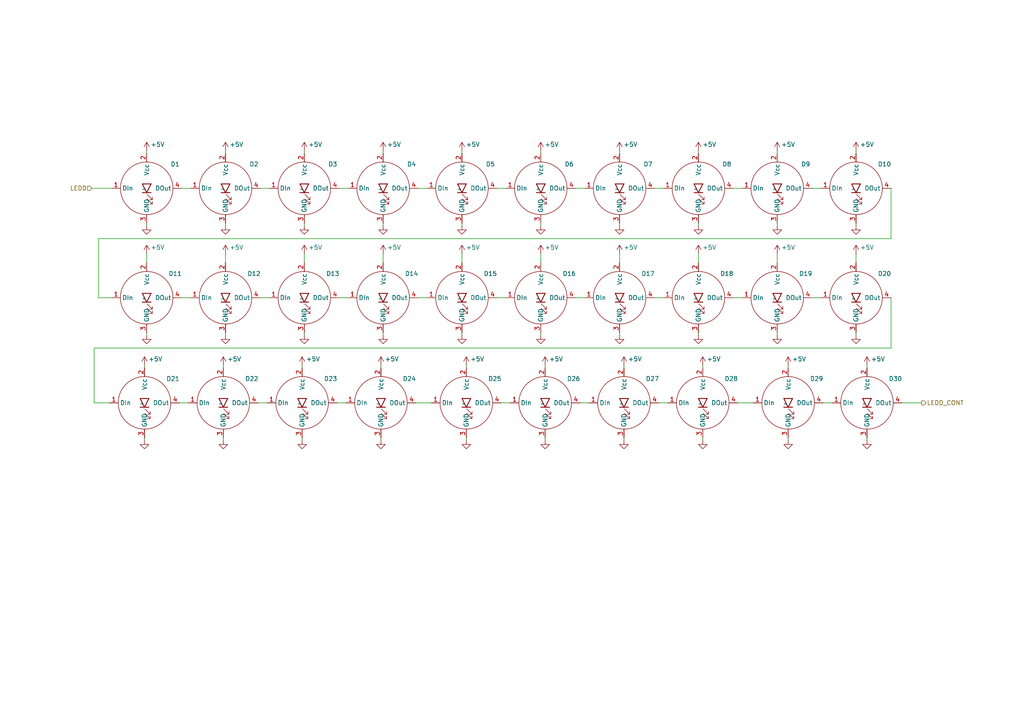
<source format=kicad_sch>
(kicad_sch (version 20230121) (generator eeschema)
  (paper "A4")
  (lib_symbols
    (symbol "ClockIt:WS2812-5MM"
      (property "Reference" "D" (at -9.144 6.858 0))
      (symbol "WS2812-5MM_0_1"
        (polyline (pts (xy 1.27 -1.27) (xy -1.27 -1.27)) (stroke (width 0.254)))
        (polyline (pts (xy 1.27 1.27) (xy -1.27 1.27) (xy 0 -1.27) (xy 1.27 1.27)) (stroke (width 0.254)))
        (polyline (pts (xy 0.127 -3.048) (xy 1.651 -4.572) (xy 1.651 -3.81) (xy 1.651 -4.572) (xy 0.889 -4.572)))
        (polyline (pts (xy 0.127 -1.778) (xy 1.651 -3.302) (xy 1.651 -2.54) (xy 1.651 -3.302) (xy 0.889 -3.302)))
        (circle (center 0 0) (radius 7.62))
      )
      (symbol "WS2812-5MM_1_1"
        (pin input line (at -10.16 0 0) (length 2.54) (name "DIn") (number "1"))
        (pin power_in line (at 0 10.16 270) (length 2.54) (name "Vcc") (number "2"))
        (pin power_in line (at 0 -10.16 90) (length 2.54) (name "GND") (number "3"))
        (pin output line (at 10.16 0 180) (length 2.54) (name "DOut") (number "4"))
      )
    )
    (symbol "power:+5V" (power) (pin_names (offset 0))
      (property "Value" "+5V" (at 0 3.556 0))
      (symbol "+5V_0_1"
        (polyline (pts (xy -0.762 1.27) (xy 0 2.54)))
        (polyline (pts (xy 0 0) (xy 0 2.54)))
        (polyline (pts (xy 0 2.54) (xy 0.762 1.27)))
      )
      (symbol "+5V_1_1"
        (pin power_in line (at 0 0 90) (length 0) hide (name "+5V") (number "1"))
      )
    )
    (symbol "power:GND" (power) (pin_names (offset 0))
      (property "Value" "GND" (at 0 -3.81 0))
      (symbol "GND_0_1"
        (polyline (pts (xy 0 0) (xy 0 -1.27) (xy 1.27 -1.27) (xy 0 -2.54) (xy -1.27 -1.27) (xy 0 -1.27)))
      )
      (symbol "GND_1_1"
        (pin power_in line (at 0 0 270) (length 0) hide (name "GND") (number "1"))
      )
    )
  )
  (wire (pts (xy 248.285 64.77) (xy 248.285 65.405)))
  (wire (pts (xy 65.405 73.66) (xy 65.405 76.2)))
  (wire (pts (xy 225.425 43.815) (xy 225.425 44.45)))
  (wire (pts (xy 133.985 64.77) (xy 133.985 65.405)))
  (wire (pts (xy 191.135 116.84) (xy 193.675 116.84)))
  (wire (pts (xy 213.995 116.84) (xy 218.44 116.84)))
  (wire (pts (xy 88.265 43.815) (xy 88.265 44.45)))
  (wire (pts (xy 52.705 54.61) (xy 55.245 54.61)))
  (wire (pts (xy 64.77 127) (xy 64.77 127.635)))
  (wire (pts (xy 28.575 86.36) (xy 32.385 86.36)))
  (wire (pts (xy 135.255 127) (xy 135.255 127.635)))
  (wire (pts (xy 42.545 96.52) (xy 42.545 97.155)))
  (wire (pts (xy 167.005 54.61) (xy 169.545 54.61)))
  (wire (pts (xy 110.49 127) (xy 110.49 127.635)))
  (wire (pts (xy 65.405 64.77) (xy 65.405 65.405)))
  (wire (pts (xy 111.125 96.52) (xy 111.125 97.155)))
  (wire (pts (xy 133.985 73.66) (xy 133.985 76.2)))
  (wire (pts (xy 251.46 106.045) (xy 251.46 106.68)))
  (wire (pts (xy 75.565 86.36) (xy 78.105 86.36)))
  (wire (pts (xy 28.575 69.215) (xy 28.575 86.36)))
  (wire (pts (xy 202.565 96.52) (xy 202.565 97.155)))
  (wire (pts (xy 98.425 86.36) (xy 100.965 86.36)))
  (wire (pts (xy 52.705 86.36) (xy 55.245 86.36)))
  (wire (pts (xy 228.6 106.045) (xy 228.6 106.68)))
  (wire (pts (xy 238.76 116.84) (xy 241.3 116.84)))
  (wire (pts (xy 179.705 43.815) (xy 179.705 44.45)))
  (wire (pts (xy 202.565 43.815) (xy 202.565 44.45)))
  (wire (pts (xy 144.145 54.61) (xy 146.685 54.61)))
  (wire (pts (xy 258.445 54.61) (xy 258.445 69.215)))
  (wire (pts (xy 168.275 116.84) (xy 170.815 116.84)))
  (wire (pts (xy 261.62 116.84) (xy 267.335 116.84)))
  (wire (pts (xy 87.63 106.045) (xy 87.63 106.68)))
  (wire (pts (xy 212.725 54.61) (xy 215.265 54.61)))
  (wire (pts (xy 228.6 127) (xy 228.6 127.635)))
  (wire (pts (xy 167.005 86.36) (xy 169.545 86.36)))
  (wire (pts (xy 65.405 43.815) (xy 65.405 44.45)))
  (wire (pts (xy 75.565 54.61) (xy 78.105 54.61)))
  (wire (pts (xy 52.07 116.84) (xy 54.61 116.84)))
  (wire (pts (xy 111.125 64.77) (xy 111.125 65.405)))
  (wire (pts (xy 65.405 96.52) (xy 65.405 97.155)))
  (wire (pts (xy 225.425 73.66) (xy 225.425 76.2)))
  (wire (pts (xy 225.425 64.77) (xy 225.425 65.405)))
  (wire (pts (xy 97.79 116.84) (xy 100.33 116.84)))
  (wire (pts (xy 179.705 96.52) (xy 179.705 97.155)))
  (wire (pts (xy 41.91 127) (xy 41.91 127.635)))
  (wire (pts (xy 203.835 127) (xy 203.835 127.635)))
  (wire (pts (xy 27.305 100.965) (xy 27.305 116.84)))
  (wire (pts (xy 180.975 127) (xy 180.975 127.635)))
  (wire (pts (xy 156.845 73.66) (xy 156.845 76.2)))
  (wire (pts (xy 144.145 86.36) (xy 146.685 86.36)))
  (wire (pts (xy 41.91 106.045) (xy 41.91 106.68)))
  (wire (pts (xy 98.425 54.61) (xy 100.965 54.61)))
  (wire (pts (xy 189.865 86.36) (xy 192.405 86.36)))
  (wire (pts (xy 179.705 64.77) (xy 179.705 65.405)))
  (wire (pts (xy 202.565 64.77) (xy 202.565 65.405)))
  (wire (pts (xy 258.445 69.215) (xy 28.575 69.215)))
  (wire (pts (xy 88.265 64.77) (xy 88.265 65.405)))
  (wire (pts (xy 88.265 96.52) (xy 88.265 97.155)))
  (wire (pts (xy 121.285 86.36) (xy 123.825 86.36)))
  (wire (pts (xy 156.845 64.77) (xy 156.845 65.405)))
  (wire (pts (xy 74.93 116.84) (xy 77.47 116.84)))
  (wire (pts (xy 248.285 43.815) (xy 248.285 44.45)))
  (wire (pts (xy 202.565 73.66) (xy 202.565 76.2)))
  (wire (pts (xy 27.305 116.84) (xy 31.75 116.84)))
  (wire (pts (xy 133.985 96.52) (xy 133.985 97.155)))
  (wire (pts (xy 87.63 127) (xy 87.63 127.635)))
  (wire (pts (xy 42.545 73.66) (xy 42.545 76.2)))
  (wire (pts (xy 251.46 127) (xy 251.46 127.635)))
  (wire (pts (xy 235.585 54.61) (xy 238.125 54.61)))
  (wire (pts (xy 121.285 54.61) (xy 123.825 54.61)))
  (wire (pts (xy 64.77 106.045) (xy 64.77 106.68)))
  (wire (pts (xy 26.67 54.61) (xy 32.385 54.61)))
  (wire (pts (xy 110.49 106.045) (xy 110.49 106.68)))
  (wire (pts (xy 145.415 116.84) (xy 147.955 116.84)))
  (wire (pts (xy 156.845 96.52) (xy 156.845 97.155)))
  (wire (pts (xy 111.125 43.815) (xy 111.125 44.45)))
  (wire (pts (xy 111.125 73.66) (xy 111.125 76.2)))
  (wire (pts (xy 158.115 106.045) (xy 158.115 106.68)))
  (wire (pts (xy 225.425 96.52) (xy 225.425 97.155)))
  (wire (pts (xy 180.975 106.045) (xy 180.975 106.68)))
  (wire (pts (xy 212.725 86.36) (xy 215.265 86.36)))
  (wire (pts (xy 135.255 106.045) (xy 135.255 106.68)))
  (wire (pts (xy 120.65 116.84) (xy 125.095 116.84)))
  (wire (pts (xy 235.585 86.36) (xy 238.125 86.36)))
  (wire (pts (xy 258.445 100.965) (xy 27.305 100.965)))
  (wire (pts (xy 189.865 54.61) (xy 192.405 54.61)))
  (wire (pts (xy 156.845 43.815) (xy 156.845 44.45)))
  (wire (pts (xy 42.545 64.77) (xy 42.545 65.405)))
  (wire (pts (xy 258.445 86.36) (xy 258.445 100.965)))
  (wire (pts (xy 248.285 73.66) (xy 248.285 76.2)))
  (wire (pts (xy 88.265 73.66) (xy 88.265 76.2)))
  (wire (pts (xy 248.285 96.52) (xy 248.285 97.155)))
  (wire (pts (xy 179.705 73.66) (xy 179.705 76.2)))
  (wire (pts (xy 133.985 43.815) (xy 133.985 44.45)))
  (wire (pts (xy 203.835 106.045) (xy 203.835 106.68)))
  (wire (pts (xy 158.115 127) (xy 158.115 127.635)))
  (wire (pts (xy 42.545 43.815) (xy 42.545 44.45)))
  (hierarchical_label "LEDD" (shape input) (at 26.67 54.61 180))
  (hierarchical_label "LEDD_CONT" (shape output) (at 267.335 116.84 0))
  (symbol (lib_id "power:GND") (at 225.425 65.405 0) (unit 1)
    (property "Reference" "#PWR019" (effects hide))
    (property "Value" "GND" (effects hide))
    (instances (project "FaceDCF77" (path "" (reference "#PWR019") (unit 1)) (path "" (reference "#PWR022") (unit 1))))
  )
  (symbol (lib_id "ClockIt:WS2812-5MM") (at 110.49 116.84 0) (unit 1)
    (property "Reference" "D24" (at 118.745 109.855 0))
    (property "Value" "~" (at 109.728 117.094 0))
    (property "Footprint" "ClockIt:WS2812-5MM" (effects hide))
  )
  (symbol (lib_id "power:GND") (at 42.545 65.405 0) (unit 1)
    (property "Reference" "#PWR011" (effects hide))
    (property "Value" "GND" (effects hide))
    (instances (project "FaceDCF77" (path "" (reference "#PWR011") (unit 1)) (path "" (reference "#PWR014") (unit 1))))
  )
  (symbol (lib_id "power:+5V") (at 133.985 43.815 0) (unit 1)
    (property "Reference" "#PWR05" (effects hide))
    (property "Value" "+5V" (at 137.16 41.91 0))
    (instances (project "FaceDCF77" (path "" (reference "#PWR05") (unit 1)) (path "" (reference "#PWR08") (unit 1))))
  )
  (symbol (lib_id "ClockIt:WS2812-5MM") (at 251.46 116.84 0) (unit 1)
    (property "Reference" "D30" (at 259.715 109.855 0))
    (property "Value" "~" (at 250.698 117.094 0))
    (property "Footprint" "ClockIt:WS2812-5MM" (effects hide))
  )
  (symbol (lib_id "power:+5V") (at 133.985 73.66 0) (unit 1)
    (property "Reference" "#PWR025" (effects hide))
    (property "Value" "+5V" (at 137.16 71.755 0))
    (instances (project "FaceDCF77" (path "" (reference "#PWR025") (unit 1)) (path "" (reference "#PWR028") (unit 1))))
  )
  (symbol (lib_id "power:GND") (at 203.835 127.635 0) (unit 1)
    (property "Reference" "#PWR058" (effects hide))
    (property "Value" "GND" (effects hide))
    (instances (project "FaceDCF77" (path "" (reference "#PWR058") (unit 1)) (path "" (reference "#PWR061") (unit 1))))
  )
  (symbol (lib_id "power:GND") (at 156.845 97.155 0) (unit 1)
    (property "Reference" "#PWR036" (effects hide))
    (property "Value" "GND" (effects hide))
    (instances (project "FaceDCF77" (path "" (reference "#PWR036") (unit 1)) (path "" (reference "#PWR039") (unit 1))))
  )
  (symbol (lib_id "power:GND") (at 228.6 127.635 0) (unit 1)
    (property "Reference" "#PWR059" (effects hide))
    (property "Value" "GND" (effects hide))
    (instances (project "FaceDCF77" (path "" (reference "#PWR059") (unit 1)) (path "" (reference "#PWR062") (unit 1))))
  )
  (symbol (lib_id "power:+5V") (at 158.115 106.045 0) (unit 1)
    (property "Reference" "#PWR046" (effects hide))
    (property "Value" "+5V" (at 161.29 104.14 0))
    (instances (project "FaceDCF77" (path "" (reference "#PWR046") (unit 1)) (path "" (reference "#PWR049") (unit 1))))
  )
  (symbol (lib_id "power:+5V") (at 156.845 73.66 0) (unit 1)
    (property "Reference" "#PWR026" (effects hide))
    (property "Value" "+5V" (at 160.02 71.755 0))
    (instances (project "FaceDCF77" (path "" (reference "#PWR026") (unit 1)) (path "" (reference "#PWR029") (unit 1))))
  )
  (symbol (lib_id "power:GND") (at 135.255 127.635 0) (unit 1)
    (property "Reference" "#PWR055" (effects hide))
    (property "Value" "GND" (effects hide))
    (instances (project "FaceDCF77" (path "" (reference "#PWR055") (unit 1)) (path "" (reference "#PWR058") (unit 1))))
  )
  (symbol (lib_id "power:GND") (at 179.705 97.155 0) (unit 1)
    (property "Reference" "#PWR037" (effects hide))
    (property "Value" "GND" (effects hide))
    (instances (project "FaceDCF77" (path "" (reference "#PWR037") (unit 1)) (path "" (reference "#PWR040") (unit 1))))
  )
  (symbol (lib_id "power:+5V") (at 88.265 43.815 0) (unit 1)
    (property "Reference" "#PWR03" (effects hide))
    (property "Value" "+5V" (at 91.44 41.91 0))
    (instances (project "FaceDCF77" (path "" (reference "#PWR03") (unit 1)) (path "" (reference "#PWR06") (unit 1))))
  )
  (symbol (lib_id "ClockIt:WS2812-5MM") (at 88.265 54.61 0) (unit 1)
    (property "Reference" "D3" (at 96.52 47.625 0))
    (property "Value" "~" (at 87.503 54.864 0))
    (property "Footprint" "ClockIt:WS2812-5MM" (effects hide))
  )
  (symbol (lib_id "ClockIt:WS2812-5MM") (at 228.6 116.84 0) (unit 1)
    (property "Reference" "D29" (at 236.855 109.855 0))
    (property "Value" "~" (at 227.838 117.094 0))
    (property "Footprint" "ClockIt:WS2812-5MM" (effects hide))
  )
  (symbol (lib_id "power:GND") (at 180.975 127.635 0) (unit 1)
    (property "Reference" "#PWR057" (effects hide))
    (property "Value" "GND" (effects hide))
    (instances (project "FaceDCF77" (path "" (reference "#PWR057") (unit 1)) (path "" (reference "#PWR060") (unit 1))))
  )
  (symbol (lib_id "power:+5V") (at 225.425 73.66 0) (unit 1)
    (property "Reference" "#PWR029" (effects hide))
    (property "Value" "+5V" (at 228.6 71.755 0))
    (instances (project "FaceDCF77" (path "" (reference "#PWR029") (unit 1)) (path "" (reference "#PWR032") (unit 1))))
  )
  (symbol (lib_id "power:GND") (at 248.285 65.405 0) (unit 1)
    (property "Reference" "#PWR020" (effects hide))
    (property "Value" "GND" (effects hide))
    (instances (project "FaceDCF77" (path "" (reference "#PWR020") (unit 1)) (path "" (reference "#PWR023") (unit 1))))
  )
  (symbol (lib_id "power:GND") (at 225.425 97.155 0) (unit 1)
    (property "Reference" "#PWR039" (effects hide))
    (property "Value" "GND" (effects hide))
    (instances (project "FaceDCF77" (path "" (reference "#PWR039") (unit 1)) (path "" (reference "#PWR042") (unit 1))))
  )
  (symbol (lib_id "power:GND") (at 87.63 127.635 0) (unit 1)
    (property "Reference" "#PWR053" (effects hide))
    (property "Value" "GND" (effects hide))
    (instances (project "FaceDCF77" (path "" (reference "#PWR053") (unit 1)) (path "" (reference "#PWR056") (unit 1))))
  )
  (symbol (lib_id "power:GND") (at 65.405 65.405 0) (unit 1)
    (property "Reference" "#PWR012" (effects hide))
    (property "Value" "GND" (effects hide))
    (instances (project "FaceDCF77" (path "" (reference "#PWR012") (unit 1)) (path "" (reference "#PWR015") (unit 1))))
  )
  (symbol (lib_id "power:GND") (at 88.265 97.155 0) (unit 1)
    (property "Reference" "#PWR033" (effects hide))
    (property "Value" "GND" (effects hide))
    (instances (project "FaceDCF77" (path "" (reference "#PWR033") (unit 1)) (path "" (reference "#PWR036") (unit 1))))
  )
  (symbol (lib_id "power:GND") (at 202.565 65.405 0) (unit 1)
    (property "Reference" "#PWR018" (effects hide))
    (property "Value" "GND" (effects hide))
    (instances (project "FaceDCF77" (path "" (reference "#PWR018") (unit 1)) (path "" (reference "#PWR021") (unit 1))))
  )
  (symbol (lib_id "power:GND") (at 156.845 65.405 0) (unit 1)
    (property "Reference" "#PWR016" (effects hide))
    (property "Value" "GND" (effects hide))
    (instances (project "FaceDCF77" (path "" (reference "#PWR016") (unit 1)) (path "" (reference "#PWR019") (unit 1))))
  )
  (symbol (lib_id "power:GND") (at 42.545 97.155 0) (unit 1)
    (property "Reference" "#PWR031" (effects hide))
    (property "Value" "GND" (effects hide))
    (instances (project "FaceDCF77" (path "" (reference "#PWR031") (unit 1)) (path "" (reference "#PWR034") (unit 1))))
  )
  (symbol (lib_id "power:+5V") (at 203.835 106.045 0) (unit 1)
    (property "Reference" "#PWR048" (effects hide))
    (property "Value" "+5V" (at 207.01 104.14 0))
    (instances (project "FaceDCF77" (path "" (reference "#PWR048") (unit 1)) (path "" (reference "#PWR051") (unit 1))))
  )
  (symbol (lib_id "ClockIt:WS2812-5MM") (at 65.405 86.36 0) (unit 1)
    (property "Reference" "D12" (at 73.66 79.375 0))
    (property "Value" "~" (at 64.643 86.614 0))
    (property "Footprint" "ClockIt:WS2812-5MM" (effects hide))
  )
  (symbol (lib_id "ClockIt:WS2812-5MM") (at 41.91 116.84 0) (unit 1)
    (property "Reference" "D21" (at 50.165 109.855 0))
    (property "Value" "~" (at 41.148 117.094 0))
    (property "Footprint" "ClockIt:WS2812-5MM" (effects hide))
  )
  (symbol (lib_id "ClockIt:WS2812-5MM") (at 111.125 54.61 0) (unit 1)
    (property "Reference" "D4" (at 119.38 47.625 0))
    (property "Value" "~" (at 110.363 54.864 0))
    (property "Footprint" "ClockIt:WS2812-5MM" (effects hide))
  )
  (symbol (lib_id "power:GND") (at 111.125 65.405 0) (unit 1)
    (property "Reference" "#PWR014" (effects hide))
    (property "Value" "GND" (effects hide))
    (instances (project "FaceDCF77" (path "" (reference "#PWR014") (unit 1)) (path "" (reference "#PWR017") (unit 1))))
  )
  (symbol (lib_id "power:+5V") (at 251.46 106.045 0) (unit 1)
    (property "Reference" "#PWR050" (effects hide))
    (property "Value" "+5V" (at 254.635 104.14 0))
    (instances (project "FaceDCF77" (path "" (reference "#PWR050") (unit 1)) (path "" (reference "#PWR053") (unit 1))))
  )
  (symbol (lib_id "ClockIt:WS2812-5MM") (at 180.975 116.84 0) (unit 1)
    (property "Reference" "D27" (at 189.23 109.855 0))
    (property "Value" "~" (at 180.213 117.094 0))
    (property "Footprint" "ClockIt:WS2812-5MM" (effects hide))
  )
  (symbol (lib_id "ClockIt:WS2812-5MM") (at 133.985 54.61 0) (unit 1)
    (property "Reference" "D5" (at 142.24 47.625 0))
    (property "Value" "~" (at 133.223 54.864 0))
    (property "Footprint" "ClockIt:WS2812-5MM" (effects hide))
  )
  (symbol (lib_id "ClockIt:WS2812-5MM") (at 158.115 116.84 0) (unit 1)
    (property "Reference" "D26" (at 166.37 109.855 0))
    (property "Value" "~" (at 157.353 117.094 0))
    (property "Footprint" "ClockIt:WS2812-5MM" (effects hide))
  )
  (symbol (lib_id "power:+5V") (at 65.405 73.66 0) (unit 1)
    (property "Reference" "#PWR022" (effects hide))
    (property "Value" "+5V" (at 68.58 71.755 0))
    (instances (project "FaceDCF77" (path "" (reference "#PWR022") (unit 1)) (path "" (reference "#PWR025") (unit 1))))
  )
  (symbol (lib_id "ClockIt:WS2812-5MM") (at 42.545 54.61 0) (unit 1)
    (property "Reference" "D1" (at 50.8 47.625 0))
    (property "Value" "~" (at 41.783 54.864 0))
    (property "Footprint" "ClockIt:WS2812-5MM" (effects hide))
  )
  (symbol (lib_id "ClockIt:WS2812-5MM") (at 135.255 116.84 0) (unit 1)
    (property "Reference" "D25" (at 143.51 109.855 0))
    (property "Value" "~" (at 134.493 117.094 0))
    (property "Footprint" "ClockIt:WS2812-5MM" (effects hide))
  )
  (symbol (lib_id "power:+5V") (at 88.265 73.66 0) (unit 1)
    (property "Reference" "#PWR023" (effects hide))
    (property "Value" "+5V" (at 91.44 71.755 0))
    (instances (project "FaceDCF77" (path "" (reference "#PWR023") (unit 1)) (path "" (reference "#PWR026") (unit 1))))
  )
  (symbol (lib_id "power:+5V") (at 248.285 73.66 0) (unit 1)
    (property "Reference" "#PWR030" (effects hide))
    (property "Value" "+5V" (at 251.46 71.755 0))
    (instances (project "FaceDCF77" (path "" (reference "#PWR030") (unit 1)) (path "" (reference "#PWR033") (unit 1))))
  )
  (symbol (lib_id "ClockIt:WS2812-5MM") (at 87.63 116.84 0) (unit 1)
    (property "Reference" "D23" (at 95.885 109.855 0))
    (property "Value" "~" (at 86.868 117.094 0))
    (property "Footprint" "ClockIt:WS2812-5MM" (effects hide))
  )
  (symbol (lib_id "power:+5V") (at 180.975 106.045 0) (unit 1)
    (property "Reference" "#PWR047" (effects hide))
    (property "Value" "+5V" (at 184.15 104.14 0))
    (instances (project "FaceDCF77" (path "" (reference "#PWR047") (unit 1)) (path "" (reference "#PWR050") (unit 1))))
  )
  (symbol (lib_id "power:+5V") (at 179.705 73.66 0) (unit 1)
    (property "Reference" "#PWR027" (effects hide))
    (property "Value" "+5V" (at 182.88 71.755 0))
    (instances (project "FaceDCF77" (path "" (reference "#PWR027") (unit 1)) (path "" (reference "#PWR030") (unit 1))))
  )
  (symbol (lib_id "power:+5V") (at 87.63 106.045 0) (unit 1)
    (property "Reference" "#PWR043" (effects hide))
    (property "Value" "+5V" (at 90.805 104.14 0))
    (instances (project "FaceDCF77" (path "" (reference "#PWR043") (unit 1)) (path "" (reference "#PWR046") (unit 1))))
  )
  (symbol (lib_id "power:GND") (at 251.46 127.635 0) (unit 1)
    (property "Reference" "#PWR060" (effects hide))
    (property "Value" "GND" (effects hide))
    (instances (project "FaceDCF77" (path "" (reference "#PWR060") (unit 1)) (path "" (reference "#PWR063") (unit 1))))
  )
  (symbol (lib_id "ClockIt:WS2812-5MM") (at 65.405 54.61 0) (unit 1)
    (property "Reference" "D2" (at 73.66 47.625 0))
    (property "Value" "~" (at 64.643 54.864 0))
    (property "Footprint" "ClockIt:WS2812-5MM" (effects hide))
  )
  (symbol (lib_id "power:GND") (at 41.91 127.635 0) (unit 1)
    (property "Reference" "#PWR051" (effects hide))
    (property "Value" "GND" (effects hide))
    (instances (project "FaceDCF77" (path "" (reference "#PWR051") (unit 1)) (path "" (reference "#PWR054") (unit 1))))
  )
  (symbol (lib_id "power:+5V") (at 42.545 73.66 0) (unit 1)
    (property "Reference" "#PWR021" (effects hide))
    (property "Value" "+5V" (at 45.72 71.755 0))
    (instances (project "FaceDCF77" (path "" (reference "#PWR021") (unit 1)) (path "" (reference "#PWR024") (unit 1))))
  )
  (symbol (lib_id "power:+5V") (at 65.405 43.815 0) (unit 1)
    (property "Reference" "#PWR02" (effects hide))
    (property "Value" "+5V" (at 68.58 41.91 0))
    (instances (project "FaceDCF77" (path "" (reference "#PWR02") (unit 1)) (path "" (reference "#PWR05") (unit 1))))
  )
  (symbol (lib_id "power:+5V") (at 111.125 73.66 0) (unit 1)
    (property "Reference" "#PWR024" (effects hide))
    (property "Value" "+5V" (at 114.3 71.755 0))
    (instances (project "FaceDCF77" (path "" (reference "#PWR024") (unit 1)) (path "" (reference "#PWR027") (unit 1))))
  )
  (symbol (lib_id "ClockIt:WS2812-5MM") (at 156.845 54.61 0) (unit 1)
    (property "Reference" "D6" (at 165.1 47.625 0))
    (property "Value" "~" (at 156.083 54.864 0))
    (property "Footprint" "ClockIt:WS2812-5MM" (effects hide))
  )
  (symbol (lib_id "ClockIt:WS2812-5MM") (at 42.545 86.36 0) (unit 1)
    (property "Reference" "D11" (at 50.8 79.375 0))
    (property "Value" "~" (at 41.783 86.614 0))
    (property "Footprint" "ClockIt:WS2812-5MM" (effects hide))
  )
  (symbol (lib_id "power:+5V") (at 202.565 43.815 0) (unit 1)
    (property "Reference" "#PWR08" (effects hide))
    (property "Value" "+5V" (at 205.74 41.91 0))
    (instances (project "FaceDCF77" (path "" (reference "#PWR08") (unit 1)) (path "" (reference "#PWR011") (unit 1))))
  )
  (symbol (lib_id "power:GND") (at 179.705 65.405 0) (unit 1)
    (property "Reference" "#PWR017" (effects hide))
    (property "Value" "GND" (effects hide))
    (instances (project "FaceDCF77" (path "" (reference "#PWR017") (unit 1)) (path "" (reference "#PWR020") (unit 1))))
  )
  (symbol (lib_id "power:GND") (at 133.985 97.155 0) (unit 1)
    (property "Reference" "#PWR035" (effects hide))
    (property "Value" "GND" (effects hide))
    (instances (project "FaceDCF77" (path "" (reference "#PWR035") (unit 1)) (path "" (reference "#PWR038") (unit 1))))
  )
  (symbol (lib_id "ClockIt:WS2812-5MM") (at 179.705 86.36 0) (unit 1)
    (property "Reference" "D17" (at 187.96 79.375 0))
    (property "Value" "~" (at 178.943 86.614 0))
    (property "Footprint" "ClockIt:WS2812-5MM" (effects hide))
  )
  (symbol (lib_id "power:GND") (at 202.565 97.155 0) (unit 1)
    (property "Reference" "#PWR038" (effects hide))
    (property "Value" "GND" (effects hide))
    (instances (project "FaceDCF77" (path "" (reference "#PWR038") (unit 1)) (path "" (reference "#PWR041") (unit 1))))
  )
  (symbol (lib_id "power:+5V") (at 156.845 43.815 0) (unit 1)
    (property "Reference" "#PWR06" (effects hide))
    (property "Value" "+5V" (at 160.02 41.91 0))
    (instances (project "FaceDCF77" (path "" (reference "#PWR06") (unit 1)) (path "" (reference "#PWR09") (unit 1))))
  )
  (symbol (lib_id "power:GND") (at 111.125 97.155 0) (unit 1)
    (property "Reference" "#PWR034" (effects hide))
    (property "Value" "GND" (effects hide))
    (instances (project "FaceDCF77" (path "" (reference "#PWR034") (unit 1)) (path "" (reference "#PWR037") (unit 1))))
  )
  (symbol (lib_id "ClockIt:WS2812-5MM") (at 111.125 86.36 0) (unit 1)
    (property "Reference" "D14" (at 119.38 79.375 0))
    (property "Value" "~" (at 110.363 86.614 0))
    (property "Footprint" "ClockIt:WS2812-5MM" (effects hide))
  )
  (symbol (lib_id "power:GND") (at 65.405 97.155 0) (unit 1)
    (property "Reference" "#PWR032" (effects hide))
    (property "Value" "GND" (effects hide))
    (instances (project "FaceDCF77" (path "" (reference "#PWR032") (unit 1)) (path "" (reference "#PWR035") (unit 1))))
  )
  (symbol (lib_id "power:+5V") (at 135.255 106.045 0) (unit 1)
    (property "Reference" "#PWR045" (effects hide))
    (property "Value" "+5V" (at 138.43 104.14 0))
    (instances (project "FaceDCF77" (path "" (reference "#PWR045") (unit 1)) (path "" (reference "#PWR048") (unit 1))))
  )
  (symbol (lib_id "power:+5V") (at 41.91 106.045 0) (unit 1)
    (property "Reference" "#PWR041" (effects hide))
    (property "Value" "+5V" (at 45.085 104.14 0))
    (instances (project "FaceDCF77" (path "" (reference "#PWR041") (unit 1)) (path "" (reference "#PWR044") (unit 1))))
  )
  (symbol (lib_id "ClockIt:WS2812-5MM") (at 179.705 54.61 0) (unit 1)
    (property "Reference" "D7" (at 187.96 47.625 0))
    (property "Value" "~" (at 178.943 54.864 0))
    (property "Footprint" "ClockIt:WS2812-5MM" (effects hide))
  )
  (symbol (lib_id "ClockIt:WS2812-5MM") (at 64.77 116.84 0) (unit 1)
    (property "Reference" "D22" (at 73.025 109.855 0))
    (property "Value" "~" (at 64.008 117.094 0))
    (property "Footprint" "ClockIt:WS2812-5MM" (effects hide))
  )
  (symbol (lib_id "ClockIt:WS2812-5MM") (at 133.985 86.36 0) (unit 1)
    (property "Reference" "D15" (at 142.24 79.375 0))
    (property "Value" "~" (at 133.223 86.614 0))
    (property "Footprint" "ClockIt:WS2812-5MM" (effects hide))
  )
  (symbol (lib_id "ClockIt:WS2812-5MM") (at 202.565 54.61 0) (unit 1)
    (property "Reference" "D8" (at 210.82 47.625 0))
    (property "Value" "~" (at 201.803 54.864 0))
    (property "Footprint" "ClockIt:WS2812-5MM" (effects hide))
  )
  (symbol (lib_id "power:+5V") (at 110.49 106.045 0) (unit 1)
    (property "Reference" "#PWR044" (effects hide))
    (property "Value" "+5V" (at 113.665 104.14 0))
    (instances (project "FaceDCF77" (path "" (reference "#PWR044") (unit 1)) (path "" (reference "#PWR047") (unit 1))))
  )
  (symbol (lib_id "power:+5V") (at 111.125 43.815 0) (unit 1)
    (property "Reference" "#PWR04" (effects hide))
    (property "Value" "+5V" (at 114.3 41.91 0))
    (instances (project "FaceDCF77" (path "" (reference "#PWR04") (unit 1)) (path "" (reference "#PWR07") (unit 1))))
  )
  (symbol (lib_id "power:GND") (at 158.115 127.635 0) (unit 1)
    (property "Reference" "#PWR056" (effects hide))
    (property "Value" "GND" (effects hide))
    (instances (project "FaceDCF77" (path "" (reference "#PWR056") (unit 1)) (path "" (reference "#PWR059") (unit 1))))
  )
  (symbol (lib_id "power:GND") (at 64.77 127.635 0) (unit 1)
    (property "Reference" "#PWR052" (effects hide))
    (property "Value" "GND" (effects hide))
    (instances (project "FaceDCF77" (path "" (reference "#PWR052") (unit 1)) (path "" (reference "#PWR055") (unit 1))))
  )
  (symbol (lib_id "ClockIt:WS2812-5MM") (at 248.285 86.36 0) (unit 1)
    (property "Reference" "D20" (at 256.54 79.375 0))
    (property "Value" "~" (at 247.523 86.614 0))
    (property "Footprint" "ClockIt:WS2812-5MM" (effects hide))
  )
  (symbol (lib_id "ClockIt:WS2812-5MM") (at 248.285 54.61 0) (unit 1)
    (property "Reference" "D10" (at 256.54 47.625 0))
    (property "Value" "~" (at 247.523 54.864 0))
    (property "Footprint" "ClockIt:WS2812-5MM" (effects hide))
  )
  (symbol (lib_id "power:+5V") (at 248.285 43.815 0) (unit 1)
    (property "Reference" "#PWR010" (effects hide))
    (property "Value" "+5V" (at 251.46 41.91 0))
    (instances (project "FaceDCF77" (path "" (reference "#PWR010") (unit 1)) (path "" (reference "#PWR013") (unit 1))))
  )
  (symbol (lib_id "ClockIt:WS2812-5MM") (at 225.425 54.61 0) (unit 1)
    (property "Reference" "D9" (at 233.68 47.625 0))
    (property "Value" "~" (at 224.663 54.864 0))
    (property "Footprint" "ClockIt:WS2812-5MM" (effects hide))
  )
  (symbol (lib_id "ClockIt:WS2812-5MM") (at 156.845 86.36 0) (unit 1)
    (property "Reference" "D16" (at 165.1 79.375 0))
    (property "Value" "~" (at 156.083 86.614 0))
    (property "Footprint" "ClockIt:WS2812-5MM" (effects hide))
  )
  (symbol (lib_id "power:GND") (at 133.985 65.405 0) (unit 1)
    (property "Reference" "#PWR015" (effects hide))
    (property "Value" "GND" (effects hide))
    (instances (project "FaceDCF77" (path "" (reference "#PWR015") (unit 1)) (path "" (reference "#PWR018") (unit 1))))
  )
  (symbol (lib_id "power:+5V") (at 228.6 106.045 0) (unit 1)
    (property "Reference" "#PWR049" (effects hide))
    (property "Value" "+5V" (at 231.775 104.14 0))
    (instances (project "FaceDCF77" (path "" (reference "#PWR049") (unit 1)) (path "" (reference "#PWR052") (unit 1))))
  )
  (symbol (lib_id "power:GND") (at 248.285 97.155 0) (unit 1)
    (property "Reference" "#PWR040" (effects hide))
    (property "Value" "GND" (effects hide))
    (instances (project "FaceDCF77" (path "" (reference "#PWR040") (unit 1)) (path "" (reference "#PWR043") (unit 1))))
  )
  (symbol (lib_id "power:GND") (at 88.265 65.405 0) (unit 1)
    (property "Reference" "#PWR013" (effects hide))
    (property "Value" "GND" (effects hide))
    (instances (project "FaceDCF77" (path "" (reference "#PWR013") (unit 1)) (path "" (reference "#PWR016") (unit 1))))
  )
  (symbol (lib_id "ClockIt:WS2812-5MM") (at 88.265 86.36 0) (unit 1)
    (property "Reference" "D13" (at 96.52 79.375 0))
    (property "Value" "~" (at 87.503 86.614 0))
    (property "Footprint" "ClockIt:WS2812-5MM" (effects hide))
  )
  (symbol (lib_id "ClockIt:WS2812-5MM") (at 225.425 86.36 0) (unit 1)
    (property "Reference" "D19" (at 233.68 79.375 0))
    (property "Value" "~" (at 224.663 86.614 0))
    (property "Footprint" "ClockIt:WS2812-5MM" (effects hide))
  )
  (symbol (lib_id "ClockIt:WS2812-5MM") (at 203.835 116.84 0) (unit 1)
    (property "Reference" "D28" (at 212.09 109.855 0))
    (property "Value" "~" (at 203.073 117.094 0))
    (property "Footprint" "ClockIt:WS2812-5MM" (effects hide))
  )
  (symbol (lib_id "power:GND") (at 110.49 127.635 0) (unit 1)
    (property "Reference" "#PWR054" (effects hide))
    (property "Value" "GND" (effects hide))
    (instances (project "FaceDCF77" (path "" (reference "#PWR054") (unit 1)) (path "" (reference "#PWR057") (unit 1))))
  )
  (symbol (lib_id "power:+5V") (at 225.425 43.815 0) (unit 1)
    (property "Reference" "#PWR09" (effects hide))
    (property "Value" "+5V" (at 228.6 41.91 0))
    (instances (project "FaceDCF77" (path "" (reference "#PWR09") (unit 1)) (path "" (reference "#PWR012") (unit 1))))
  )
  (symbol (lib_id "ClockIt:WS2812-5MM") (at 202.565 86.36 0) (unit 1)
    (property "Reference" "D18" (at 210.82 79.375 0))
    (property "Value" "~" (at 201.803 86.614 0))
    (property "Footprint" "ClockIt:WS2812-5MM" (effects hide))
  )
  (symbol (lib_id "power:+5V") (at 42.545 43.815 0) (unit 1)
    (property "Reference" "#PWR01" (effects hide))
    (property "Value" "+5V" (at 45.72 41.91 0))
    (instances (project "FaceDCF77" (path "" (reference "#PWR01") (unit 1)) (path "" (reference "#PWR04") (unit 1))))
  )
  (symbol (lib_id "power:+5V") (at 202.565 73.66 0) (unit 1)
    (property "Reference" "#PWR028" (effects hide))
    (property "Value" "+5V" (at 205.74 71.755 0))
    (instances (project "FaceDCF77" (path "" (reference "#PWR028") (unit 1)) (path "" (reference "#PWR031") (unit 1))))
  )
  (symbol (lib_id "power:+5V") (at 64.77 106.045 0) (unit 1)
    (property "Reference" "#PWR042" (effects hide))
    (property "Value" "+5V" (at 67.945 104.14 0))
    (instances (project "FaceDCF77" (path "" (reference "#PWR042") (unit 1)) (path "" (reference "#PWR045") (unit 1))))
  )
  (symbol (lib_id "power:+5V") (at 179.705 43.815 0) (unit 1)
    (property "Reference" "#PWR07" (effects hide))
    (property "Value" "+5V" (at 182.88 41.91 0))
    (instances (project "FaceDCF77" (path "" (reference "#PWR07") (unit 1)) (path "" (reference "#PWR010") (unit 1))))
  )
)
</source>
